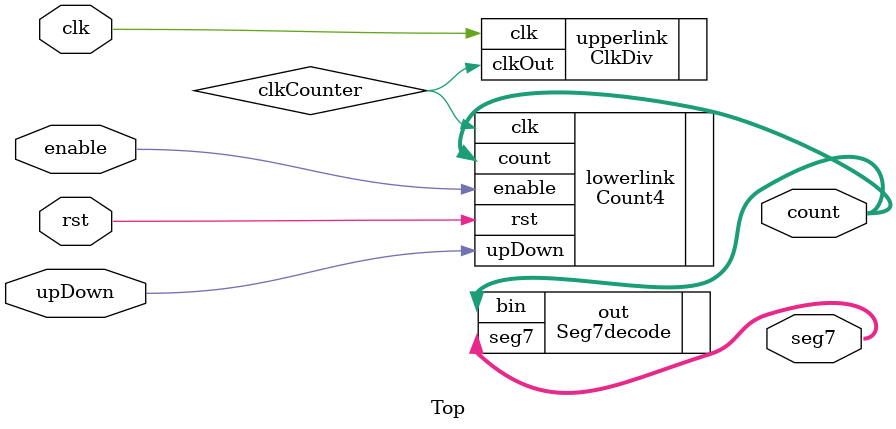
<source format=v>
module Top(clk, rst, enable, upDown, count, seg7);
// count[3:0] output included for convenience in debug and testbenches
	input clk, rst, enable, upDown;
	output [3:0] count;
	output [6:0] seg7;
	
   wire clkCounter;  // divided clock for Counter module
	
	// Add code here to instantiate and connect the three modules together structurally
	ClkDiv upperlink (
		.clk(clk), // clk takes in an input
		.clkOut(clkCounter)
	);

	Count4 lowerlink (
		.clk(clkCounter),
		.rst(rst),
		.enable(enable),
		.upDown(upDown),
		.count(count)
	);

	Seg7decode out (
		.bin(count),
		.seg7(seg7)
	);

	
endmodule

</source>
